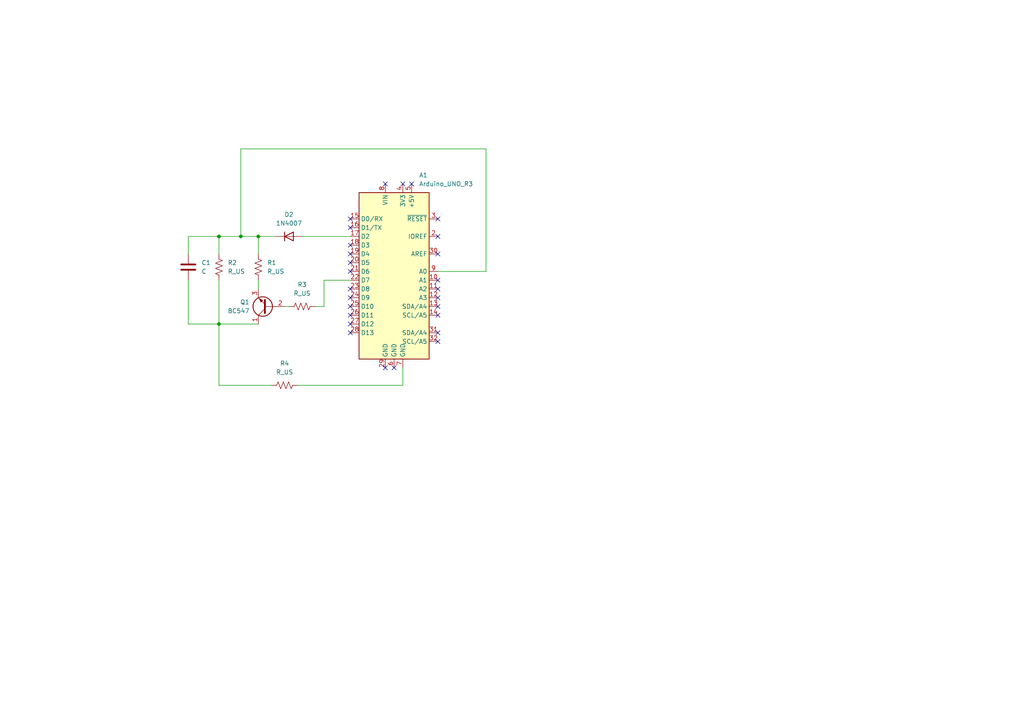
<source format=kicad_sch>
(kicad_sch
	(version 20250114)
	(generator "eeschema")
	(generator_version "9.0")
	(uuid "f78c22a1-4305-40e9-a31f-90f93f5ac8b5")
	(paper "A4")
	(lib_symbols
		(symbol "Device:C"
			(pin_numbers
				(hide yes)
			)
			(pin_names
				(offset 0.254)
			)
			(exclude_from_sim no)
			(in_bom yes)
			(on_board yes)
			(property "Reference" "C"
				(at 0.635 2.54 0)
				(effects
					(font
						(size 1.27 1.27)
					)
					(justify left)
				)
			)
			(property "Value" "C"
				(at 0.635 -2.54 0)
				(effects
					(font
						(size 1.27 1.27)
					)
					(justify left)
				)
			)
			(property "Footprint" ""
				(at 0.9652 -3.81 0)
				(effects
					(font
						(size 1.27 1.27)
					)
					(hide yes)
				)
			)
			(property "Datasheet" "~"
				(at 0 0 0)
				(effects
					(font
						(size 1.27 1.27)
					)
					(hide yes)
				)
			)
			(property "Description" "Unpolarized capacitor"
				(at 0 0 0)
				(effects
					(font
						(size 1.27 1.27)
					)
					(hide yes)
				)
			)
			(property "ki_keywords" "cap capacitor"
				(at 0 0 0)
				(effects
					(font
						(size 1.27 1.27)
					)
					(hide yes)
				)
			)
			(property "ki_fp_filters" "C_*"
				(at 0 0 0)
				(effects
					(font
						(size 1.27 1.27)
					)
					(hide yes)
				)
			)
			(symbol "C_0_1"
				(polyline
					(pts
						(xy -2.032 0.762) (xy 2.032 0.762)
					)
					(stroke
						(width 0.508)
						(type default)
					)
					(fill
						(type none)
					)
				)
				(polyline
					(pts
						(xy -2.032 -0.762) (xy 2.032 -0.762)
					)
					(stroke
						(width 0.508)
						(type default)
					)
					(fill
						(type none)
					)
				)
			)
			(symbol "C_1_1"
				(pin passive line
					(at 0 3.81 270)
					(length 2.794)
					(name "~"
						(effects
							(font
								(size 1.27 1.27)
							)
						)
					)
					(number "1"
						(effects
							(font
								(size 1.27 1.27)
							)
						)
					)
				)
				(pin passive line
					(at 0 -3.81 90)
					(length 2.794)
					(name "~"
						(effects
							(font
								(size 1.27 1.27)
							)
						)
					)
					(number "2"
						(effects
							(font
								(size 1.27 1.27)
							)
						)
					)
				)
			)
			(embedded_fonts no)
		)
		(symbol "Device:R_US"
			(pin_numbers
				(hide yes)
			)
			(pin_names
				(offset 0)
			)
			(exclude_from_sim no)
			(in_bom yes)
			(on_board yes)
			(property "Reference" "R"
				(at 2.54 0 90)
				(effects
					(font
						(size 1.27 1.27)
					)
				)
			)
			(property "Value" "R_US"
				(at -2.54 0 90)
				(effects
					(font
						(size 1.27 1.27)
					)
				)
			)
			(property "Footprint" ""
				(at 1.016 -0.254 90)
				(effects
					(font
						(size 1.27 1.27)
					)
					(hide yes)
				)
			)
			(property "Datasheet" "~"
				(at 0 0 0)
				(effects
					(font
						(size 1.27 1.27)
					)
					(hide yes)
				)
			)
			(property "Description" "Resistor, US symbol"
				(at 0 0 0)
				(effects
					(font
						(size 1.27 1.27)
					)
					(hide yes)
				)
			)
			(property "ki_keywords" "R res resistor"
				(at 0 0 0)
				(effects
					(font
						(size 1.27 1.27)
					)
					(hide yes)
				)
			)
			(property "ki_fp_filters" "R_*"
				(at 0 0 0)
				(effects
					(font
						(size 1.27 1.27)
					)
					(hide yes)
				)
			)
			(symbol "R_US_0_1"
				(polyline
					(pts
						(xy 0 2.286) (xy 0 2.54)
					)
					(stroke
						(width 0)
						(type default)
					)
					(fill
						(type none)
					)
				)
				(polyline
					(pts
						(xy 0 2.286) (xy 1.016 1.905) (xy 0 1.524) (xy -1.016 1.143) (xy 0 0.762)
					)
					(stroke
						(width 0)
						(type default)
					)
					(fill
						(type none)
					)
				)
				(polyline
					(pts
						(xy 0 0.762) (xy 1.016 0.381) (xy 0 0) (xy -1.016 -0.381) (xy 0 -0.762)
					)
					(stroke
						(width 0)
						(type default)
					)
					(fill
						(type none)
					)
				)
				(polyline
					(pts
						(xy 0 -0.762) (xy 1.016 -1.143) (xy 0 -1.524) (xy -1.016 -1.905) (xy 0 -2.286)
					)
					(stroke
						(width 0)
						(type default)
					)
					(fill
						(type none)
					)
				)
				(polyline
					(pts
						(xy 0 -2.286) (xy 0 -2.54)
					)
					(stroke
						(width 0)
						(type default)
					)
					(fill
						(type none)
					)
				)
			)
			(symbol "R_US_1_1"
				(pin passive line
					(at 0 3.81 270)
					(length 1.27)
					(name "~"
						(effects
							(font
								(size 1.27 1.27)
							)
						)
					)
					(number "1"
						(effects
							(font
								(size 1.27 1.27)
							)
						)
					)
				)
				(pin passive line
					(at 0 -3.81 90)
					(length 1.27)
					(name "~"
						(effects
							(font
								(size 1.27 1.27)
							)
						)
					)
					(number "2"
						(effects
							(font
								(size 1.27 1.27)
							)
						)
					)
				)
			)
			(embedded_fonts no)
		)
		(symbol "Diode:1N4007"
			(pin_numbers
				(hide yes)
			)
			(pin_names
				(hide yes)
			)
			(exclude_from_sim no)
			(in_bom yes)
			(on_board yes)
			(property "Reference" "D"
				(at 0 2.54 0)
				(effects
					(font
						(size 1.27 1.27)
					)
				)
			)
			(property "Value" "1N4007"
				(at 0 -2.54 0)
				(effects
					(font
						(size 1.27 1.27)
					)
				)
			)
			(property "Footprint" "Diode_THT:D_DO-41_SOD81_P10.16mm_Horizontal"
				(at 0 -4.445 0)
				(effects
					(font
						(size 1.27 1.27)
					)
					(hide yes)
				)
			)
			(property "Datasheet" "http://www.vishay.com/docs/88503/1n4001.pdf"
				(at 0 0 0)
				(effects
					(font
						(size 1.27 1.27)
					)
					(hide yes)
				)
			)
			(property "Description" "1000V 1A General Purpose Rectifier Diode, DO-41"
				(at 0 0 0)
				(effects
					(font
						(size 1.27 1.27)
					)
					(hide yes)
				)
			)
			(property "Sim.Device" "D"
				(at 0 0 0)
				(effects
					(font
						(size 1.27 1.27)
					)
					(hide yes)
				)
			)
			(property "Sim.Pins" "1=K 2=A"
				(at 0 0 0)
				(effects
					(font
						(size 1.27 1.27)
					)
					(hide yes)
				)
			)
			(property "ki_keywords" "diode"
				(at 0 0 0)
				(effects
					(font
						(size 1.27 1.27)
					)
					(hide yes)
				)
			)
			(property "ki_fp_filters" "D*DO?41*"
				(at 0 0 0)
				(effects
					(font
						(size 1.27 1.27)
					)
					(hide yes)
				)
			)
			(symbol "1N4007_0_1"
				(polyline
					(pts
						(xy -1.27 1.27) (xy -1.27 -1.27)
					)
					(stroke
						(width 0.254)
						(type default)
					)
					(fill
						(type none)
					)
				)
				(polyline
					(pts
						(xy 1.27 1.27) (xy 1.27 -1.27) (xy -1.27 0) (xy 1.27 1.27)
					)
					(stroke
						(width 0.254)
						(type default)
					)
					(fill
						(type none)
					)
				)
				(polyline
					(pts
						(xy 1.27 0) (xy -1.27 0)
					)
					(stroke
						(width 0)
						(type default)
					)
					(fill
						(type none)
					)
				)
			)
			(symbol "1N4007_1_1"
				(pin passive line
					(at -3.81 0 0)
					(length 2.54)
					(name "K"
						(effects
							(font
								(size 1.27 1.27)
							)
						)
					)
					(number "1"
						(effects
							(font
								(size 1.27 1.27)
							)
						)
					)
				)
				(pin passive line
					(at 3.81 0 180)
					(length 2.54)
					(name "A"
						(effects
							(font
								(size 1.27 1.27)
							)
						)
					)
					(number "2"
						(effects
							(font
								(size 1.27 1.27)
							)
						)
					)
				)
			)
			(embedded_fonts no)
		)
		(symbol "MCU_Module:Arduino_UNO_R3"
			(exclude_from_sim no)
			(in_bom yes)
			(on_board yes)
			(property "Reference" "A"
				(at -10.16 23.495 0)
				(effects
					(font
						(size 1.27 1.27)
					)
					(justify left bottom)
				)
			)
			(property "Value" "Arduino_UNO_R3"
				(at 5.08 -26.67 0)
				(effects
					(font
						(size 1.27 1.27)
					)
					(justify left top)
				)
			)
			(property "Footprint" "Module:Arduino_UNO_R3"
				(at 0 0 0)
				(effects
					(font
						(size 1.27 1.27)
						(italic yes)
					)
					(hide yes)
				)
			)
			(property "Datasheet" "https://www.arduino.cc/en/Main/arduinoBoardUno"
				(at 0 0 0)
				(effects
					(font
						(size 1.27 1.27)
					)
					(hide yes)
				)
			)
			(property "Description" "Arduino UNO Microcontroller Module, release 3"
				(at 0 0 0)
				(effects
					(font
						(size 1.27 1.27)
					)
					(hide yes)
				)
			)
			(property "ki_keywords" "Arduino UNO R3 Microcontroller Module Atmel AVR USB"
				(at 0 0 0)
				(effects
					(font
						(size 1.27 1.27)
					)
					(hide yes)
				)
			)
			(property "ki_fp_filters" "Arduino*UNO*R3*"
				(at 0 0 0)
				(effects
					(font
						(size 1.27 1.27)
					)
					(hide yes)
				)
			)
			(symbol "Arduino_UNO_R3_0_1"
				(rectangle
					(start -10.16 22.86)
					(end 10.16 -25.4)
					(stroke
						(width 0.254)
						(type default)
					)
					(fill
						(type background)
					)
				)
			)
			(symbol "Arduino_UNO_R3_1_1"
				(pin bidirectional line
					(at -12.7 15.24 0)
					(length 2.54)
					(name "D0/RX"
						(effects
							(font
								(size 1.27 1.27)
							)
						)
					)
					(number "15"
						(effects
							(font
								(size 1.27 1.27)
							)
						)
					)
				)
				(pin bidirectional line
					(at -12.7 12.7 0)
					(length 2.54)
					(name "D1/TX"
						(effects
							(font
								(size 1.27 1.27)
							)
						)
					)
					(number "16"
						(effects
							(font
								(size 1.27 1.27)
							)
						)
					)
				)
				(pin bidirectional line
					(at -12.7 10.16 0)
					(length 2.54)
					(name "D2"
						(effects
							(font
								(size 1.27 1.27)
							)
						)
					)
					(number "17"
						(effects
							(font
								(size 1.27 1.27)
							)
						)
					)
				)
				(pin bidirectional line
					(at -12.7 7.62 0)
					(length 2.54)
					(name "D3"
						(effects
							(font
								(size 1.27 1.27)
							)
						)
					)
					(number "18"
						(effects
							(font
								(size 1.27 1.27)
							)
						)
					)
				)
				(pin bidirectional line
					(at -12.7 5.08 0)
					(length 2.54)
					(name "D4"
						(effects
							(font
								(size 1.27 1.27)
							)
						)
					)
					(number "19"
						(effects
							(font
								(size 1.27 1.27)
							)
						)
					)
				)
				(pin bidirectional line
					(at -12.7 2.54 0)
					(length 2.54)
					(name "D5"
						(effects
							(font
								(size 1.27 1.27)
							)
						)
					)
					(number "20"
						(effects
							(font
								(size 1.27 1.27)
							)
						)
					)
				)
				(pin bidirectional line
					(at -12.7 0 0)
					(length 2.54)
					(name "D6"
						(effects
							(font
								(size 1.27 1.27)
							)
						)
					)
					(number "21"
						(effects
							(font
								(size 1.27 1.27)
							)
						)
					)
				)
				(pin bidirectional line
					(at -12.7 -2.54 0)
					(length 2.54)
					(name "D7"
						(effects
							(font
								(size 1.27 1.27)
							)
						)
					)
					(number "22"
						(effects
							(font
								(size 1.27 1.27)
							)
						)
					)
				)
				(pin bidirectional line
					(at -12.7 -5.08 0)
					(length 2.54)
					(name "D8"
						(effects
							(font
								(size 1.27 1.27)
							)
						)
					)
					(number "23"
						(effects
							(font
								(size 1.27 1.27)
							)
						)
					)
				)
				(pin bidirectional line
					(at -12.7 -7.62 0)
					(length 2.54)
					(name "D9"
						(effects
							(font
								(size 1.27 1.27)
							)
						)
					)
					(number "24"
						(effects
							(font
								(size 1.27 1.27)
							)
						)
					)
				)
				(pin bidirectional line
					(at -12.7 -10.16 0)
					(length 2.54)
					(name "D10"
						(effects
							(font
								(size 1.27 1.27)
							)
						)
					)
					(number "25"
						(effects
							(font
								(size 1.27 1.27)
							)
						)
					)
				)
				(pin bidirectional line
					(at -12.7 -12.7 0)
					(length 2.54)
					(name "D11"
						(effects
							(font
								(size 1.27 1.27)
							)
						)
					)
					(number "26"
						(effects
							(font
								(size 1.27 1.27)
							)
						)
					)
				)
				(pin bidirectional line
					(at -12.7 -15.24 0)
					(length 2.54)
					(name "D12"
						(effects
							(font
								(size 1.27 1.27)
							)
						)
					)
					(number "27"
						(effects
							(font
								(size 1.27 1.27)
							)
						)
					)
				)
				(pin bidirectional line
					(at -12.7 -17.78 0)
					(length 2.54)
					(name "D13"
						(effects
							(font
								(size 1.27 1.27)
							)
						)
					)
					(number "28"
						(effects
							(font
								(size 1.27 1.27)
							)
						)
					)
				)
				(pin no_connect line
					(at -10.16 -20.32 0)
					(length 2.54)
					(hide yes)
					(name "NC"
						(effects
							(font
								(size 1.27 1.27)
							)
						)
					)
					(number "1"
						(effects
							(font
								(size 1.27 1.27)
							)
						)
					)
				)
				(pin power_in line
					(at -2.54 25.4 270)
					(length 2.54)
					(name "VIN"
						(effects
							(font
								(size 1.27 1.27)
							)
						)
					)
					(number "8"
						(effects
							(font
								(size 1.27 1.27)
							)
						)
					)
				)
				(pin power_in line
					(at -2.54 -27.94 90)
					(length 2.54)
					(name "GND"
						(effects
							(font
								(size 1.27 1.27)
							)
						)
					)
					(number "29"
						(effects
							(font
								(size 1.27 1.27)
							)
						)
					)
				)
				(pin power_in line
					(at 0 -27.94 90)
					(length 2.54)
					(name "GND"
						(effects
							(font
								(size 1.27 1.27)
							)
						)
					)
					(number "6"
						(effects
							(font
								(size 1.27 1.27)
							)
						)
					)
				)
				(pin power_out line
					(at 2.54 25.4 270)
					(length 2.54)
					(name "3V3"
						(effects
							(font
								(size 1.27 1.27)
							)
						)
					)
					(number "4"
						(effects
							(font
								(size 1.27 1.27)
							)
						)
					)
				)
				(pin power_in line
					(at 2.54 -27.94 90)
					(length 2.54)
					(name "GND"
						(effects
							(font
								(size 1.27 1.27)
							)
						)
					)
					(number "7"
						(effects
							(font
								(size 1.27 1.27)
							)
						)
					)
				)
				(pin power_out line
					(at 5.08 25.4 270)
					(length 2.54)
					(name "+5V"
						(effects
							(font
								(size 1.27 1.27)
							)
						)
					)
					(number "5"
						(effects
							(font
								(size 1.27 1.27)
							)
						)
					)
				)
				(pin input line
					(at 12.7 15.24 180)
					(length 2.54)
					(name "~{RESET}"
						(effects
							(font
								(size 1.27 1.27)
							)
						)
					)
					(number "3"
						(effects
							(font
								(size 1.27 1.27)
							)
						)
					)
				)
				(pin output line
					(at 12.7 10.16 180)
					(length 2.54)
					(name "IOREF"
						(effects
							(font
								(size 1.27 1.27)
							)
						)
					)
					(number "2"
						(effects
							(font
								(size 1.27 1.27)
							)
						)
					)
				)
				(pin input line
					(at 12.7 5.08 180)
					(length 2.54)
					(name "AREF"
						(effects
							(font
								(size 1.27 1.27)
							)
						)
					)
					(number "30"
						(effects
							(font
								(size 1.27 1.27)
							)
						)
					)
				)
				(pin bidirectional line
					(at 12.7 0 180)
					(length 2.54)
					(name "A0"
						(effects
							(font
								(size 1.27 1.27)
							)
						)
					)
					(number "9"
						(effects
							(font
								(size 1.27 1.27)
							)
						)
					)
				)
				(pin bidirectional line
					(at 12.7 -2.54 180)
					(length 2.54)
					(name "A1"
						(effects
							(font
								(size 1.27 1.27)
							)
						)
					)
					(number "10"
						(effects
							(font
								(size 1.27 1.27)
							)
						)
					)
				)
				(pin bidirectional line
					(at 12.7 -5.08 180)
					(length 2.54)
					(name "A2"
						(effects
							(font
								(size 1.27 1.27)
							)
						)
					)
					(number "11"
						(effects
							(font
								(size 1.27 1.27)
							)
						)
					)
				)
				(pin bidirectional line
					(at 12.7 -7.62 180)
					(length 2.54)
					(name "A3"
						(effects
							(font
								(size 1.27 1.27)
							)
						)
					)
					(number "12"
						(effects
							(font
								(size 1.27 1.27)
							)
						)
					)
				)
				(pin bidirectional line
					(at 12.7 -10.16 180)
					(length 2.54)
					(name "SDA/A4"
						(effects
							(font
								(size 1.27 1.27)
							)
						)
					)
					(number "13"
						(effects
							(font
								(size 1.27 1.27)
							)
						)
					)
				)
				(pin bidirectional line
					(at 12.7 -12.7 180)
					(length 2.54)
					(name "SCL/A5"
						(effects
							(font
								(size 1.27 1.27)
							)
						)
					)
					(number "14"
						(effects
							(font
								(size 1.27 1.27)
							)
						)
					)
				)
				(pin bidirectional line
					(at 12.7 -17.78 180)
					(length 2.54)
					(name "SDA/A4"
						(effects
							(font
								(size 1.27 1.27)
							)
						)
					)
					(number "31"
						(effects
							(font
								(size 1.27 1.27)
							)
						)
					)
				)
				(pin bidirectional line
					(at 12.7 -20.32 180)
					(length 2.54)
					(name "SCL/A5"
						(effects
							(font
								(size 1.27 1.27)
							)
						)
					)
					(number "32"
						(effects
							(font
								(size 1.27 1.27)
							)
						)
					)
				)
			)
			(embedded_fonts no)
		)
		(symbol "Transistor_BJT:BC547"
			(pin_names
				(offset 0)
				(hide yes)
			)
			(exclude_from_sim no)
			(in_bom yes)
			(on_board yes)
			(property "Reference" "Q"
				(at 5.08 1.905 0)
				(effects
					(font
						(size 1.27 1.27)
					)
					(justify left)
				)
			)
			(property "Value" "BC547"
				(at 5.08 0 0)
				(effects
					(font
						(size 1.27 1.27)
					)
					(justify left)
				)
			)
			(property "Footprint" "Package_TO_SOT_THT:TO-92_Inline"
				(at 5.08 -1.905 0)
				(effects
					(font
						(size 1.27 1.27)
						(italic yes)
					)
					(justify left)
					(hide yes)
				)
			)
			(property "Datasheet" "https://www.onsemi.com/pub/Collateral/BC550-D.pdf"
				(at 0 0 0)
				(effects
					(font
						(size 1.27 1.27)
					)
					(justify left)
					(hide yes)
				)
			)
			(property "Description" "0.1A Ic, 45V Vce, Small Signal NPN Transistor, TO-92"
				(at 0 0 0)
				(effects
					(font
						(size 1.27 1.27)
					)
					(hide yes)
				)
			)
			(property "ki_keywords" "NPN Transistor"
				(at 0 0 0)
				(effects
					(font
						(size 1.27 1.27)
					)
					(hide yes)
				)
			)
			(property "ki_fp_filters" "TO?92*"
				(at 0 0 0)
				(effects
					(font
						(size 1.27 1.27)
					)
					(hide yes)
				)
			)
			(symbol "BC547_0_1"
				(polyline
					(pts
						(xy -2.54 0) (xy 0.635 0)
					)
					(stroke
						(width 0)
						(type default)
					)
					(fill
						(type none)
					)
				)
				(polyline
					(pts
						(xy 0.635 1.905) (xy 0.635 -1.905)
					)
					(stroke
						(width 0.508)
						(type default)
					)
					(fill
						(type none)
					)
				)
				(circle
					(center 1.27 0)
					(radius 2.8194)
					(stroke
						(width 0.254)
						(type default)
					)
					(fill
						(type none)
					)
				)
			)
			(symbol "BC547_1_1"
				(polyline
					(pts
						(xy 0.635 0.635) (xy 2.54 2.54)
					)
					(stroke
						(width 0)
						(type default)
					)
					(fill
						(type none)
					)
				)
				(polyline
					(pts
						(xy 0.635 -0.635) (xy 2.54 -2.54)
					)
					(stroke
						(width 0)
						(type default)
					)
					(fill
						(type none)
					)
				)
				(polyline
					(pts
						(xy 1.27 -1.778) (xy 1.778 -1.27) (xy 2.286 -2.286) (xy 1.27 -1.778)
					)
					(stroke
						(width 0)
						(type default)
					)
					(fill
						(type outline)
					)
				)
				(pin input line
					(at -5.08 0 0)
					(length 2.54)
					(name "B"
						(effects
							(font
								(size 1.27 1.27)
							)
						)
					)
					(number "2"
						(effects
							(font
								(size 1.27 1.27)
							)
						)
					)
				)
				(pin passive line
					(at 2.54 5.08 270)
					(length 2.54)
					(name "C"
						(effects
							(font
								(size 1.27 1.27)
							)
						)
					)
					(number "1"
						(effects
							(font
								(size 1.27 1.27)
							)
						)
					)
				)
				(pin passive line
					(at 2.54 -5.08 90)
					(length 2.54)
					(name "E"
						(effects
							(font
								(size 1.27 1.27)
							)
						)
					)
					(number "3"
						(effects
							(font
								(size 1.27 1.27)
							)
						)
					)
				)
			)
			(embedded_fonts no)
		)
	)
	(junction
		(at 63.5 93.98)
		(diameter 0)
		(color 0 0 0 0)
		(uuid "3aab8d42-9d88-4c2c-97c1-8cb888b28abe")
	)
	(junction
		(at 63.5 68.58)
		(diameter 0)
		(color 0 0 0 0)
		(uuid "7f5c0dc9-48fa-400e-b2e3-962c6ee8eab8")
	)
	(junction
		(at 69.85 68.58)
		(diameter 0)
		(color 0 0 0 0)
		(uuid "cb9f99b9-ff7e-4e01-ae0f-5f0518f37d88")
	)
	(junction
		(at 74.93 68.58)
		(diameter 0)
		(color 0 0 0 0)
		(uuid "e4dd3014-35e3-4a2a-9443-db96f02ae071")
	)
	(no_connect
		(at 101.6 63.5)
		(uuid "09c035be-6b43-40e7-a856-c46f19eaa1f2")
	)
	(no_connect
		(at 127 86.36)
		(uuid "0ac26011-b4a1-448a-a083-181ab45ef86b")
	)
	(no_connect
		(at 101.6 73.66)
		(uuid "16afe8be-c1c1-424d-82a6-a79401cf4c2c")
	)
	(no_connect
		(at 127 91.44)
		(uuid "19ec99db-744c-4aaf-a163-b73072869716")
	)
	(no_connect
		(at 101.6 86.36)
		(uuid "2485d526-075d-4d2b-ba60-22556d93834a")
	)
	(no_connect
		(at 127 99.06)
		(uuid "251bb41c-589d-4366-985e-573f66b14afc")
	)
	(no_connect
		(at 116.84 53.34)
		(uuid "261788d8-a40f-4cef-ae1c-17941fdaa4f4")
	)
	(no_connect
		(at 114.3 106.68)
		(uuid "3af3f52d-05b7-4559-985a-5eb82da1dac7")
	)
	(no_connect
		(at 127 63.5)
		(uuid "3f626057-0236-4cc9-8022-e628da57dfb2")
	)
	(no_connect
		(at 127 88.9)
		(uuid "41a4c72b-b105-4921-af15-5bb0da041610")
	)
	(no_connect
		(at 101.6 83.82)
		(uuid "607a3e50-4a22-48d2-9b80-6b41e2dab94b")
	)
	(no_connect
		(at 101.6 78.74)
		(uuid "63e34804-1441-47fe-aef1-36e974f2d9ae")
	)
	(no_connect
		(at 119.38 53.34)
		(uuid "64b720a3-81d2-402b-92ae-636a0f57f57d")
	)
	(no_connect
		(at 101.6 93.98)
		(uuid "66dfa3e7-2c9c-4048-be6c-a0954e70ac06")
	)
	(no_connect
		(at 127 83.82)
		(uuid "6b40efb6-58d2-4382-a33b-c44841ff5c09")
	)
	(no_connect
		(at 127 68.58)
		(uuid "84c849bf-b090-4f22-ae55-96b06c103f2d")
	)
	(no_connect
		(at 101.6 91.44)
		(uuid "858727ea-cf78-4117-b501-a74e8da2f542")
	)
	(no_connect
		(at 111.76 53.34)
		(uuid "92a64bc4-c7ca-4276-af78-88a5ef60cc69")
	)
	(no_connect
		(at 101.6 96.52)
		(uuid "97627957-f322-4d3d-8ff6-7ceb64e3632a")
	)
	(no_connect
		(at 127 73.66)
		(uuid "a64efa51-fb2f-4c58-b8c1-381d7b26adbc")
	)
	(no_connect
		(at 101.6 66.04)
		(uuid "b070dafe-3c98-4b76-b791-d447108aa585")
	)
	(no_connect
		(at 101.6 76.2)
		(uuid "bad7fa3e-cfd2-43ae-924f-cc02001f5615")
	)
	(no_connect
		(at 127 96.52)
		(uuid "cfea5a26-2a1b-44f4-8c1a-c69b31b187da")
	)
	(no_connect
		(at 111.76 106.68)
		(uuid "d68c1950-9c65-4296-8e9e-786dea130f8c")
	)
	(no_connect
		(at 101.6 71.12)
		(uuid "d732dcde-9067-49a7-97a0-bcddd2b2827e")
	)
	(no_connect
		(at 127 81.28)
		(uuid "f616c4d5-3182-4f28-b8fe-664f858aab01")
	)
	(no_connect
		(at 101.6 88.9)
		(uuid "febcf0ff-6114-4afb-a9b3-8edf7fdd3cf0")
	)
	(wire
		(pts
			(xy 69.85 43.18) (xy 69.85 68.58)
		)
		(stroke
			(width 0)
			(type default)
		)
		(uuid "0803f9c7-072b-4c82-ac69-d4df248048e8")
	)
	(wire
		(pts
			(xy 91.44 88.9) (xy 93.98 88.9)
		)
		(stroke
			(width 0)
			(type default)
		)
		(uuid "2830a873-81de-4567-9cba-de7de9272675")
	)
	(wire
		(pts
			(xy 54.61 68.58) (xy 54.61 73.66)
		)
		(stroke
			(width 0)
			(type default)
		)
		(uuid "43d7572b-1481-41db-bd9c-e97083a924e3")
	)
	(wire
		(pts
			(xy 63.5 93.98) (xy 54.61 93.98)
		)
		(stroke
			(width 0)
			(type default)
		)
		(uuid "601b0147-8c10-431f-ac30-6c82834e74f7")
	)
	(wire
		(pts
			(xy 93.98 88.9) (xy 93.98 81.28)
		)
		(stroke
			(width 0)
			(type default)
		)
		(uuid "6e13d3aa-3703-487b-9940-2cd26616bb74")
	)
	(wire
		(pts
			(xy 140.97 78.74) (xy 140.97 43.18)
		)
		(stroke
			(width 0)
			(type default)
		)
		(uuid "75219f7f-4016-4988-9a39-a0adcc92b101")
	)
	(wire
		(pts
			(xy 140.97 43.18) (xy 69.85 43.18)
		)
		(stroke
			(width 0)
			(type default)
		)
		(uuid "78460595-4313-4178-9aad-8110f73013b9")
	)
	(wire
		(pts
			(xy 69.85 68.58) (xy 63.5 68.58)
		)
		(stroke
			(width 0)
			(type default)
		)
		(uuid "7a28b1d0-80df-4788-bf39-54900fa82763")
	)
	(wire
		(pts
			(xy 87.63 68.58) (xy 101.6 68.58)
		)
		(stroke
			(width 0)
			(type default)
		)
		(uuid "835480e1-b312-4bf6-b14b-91e8057afc62")
	)
	(wire
		(pts
			(xy 80.01 68.58) (xy 74.93 68.58)
		)
		(stroke
			(width 0)
			(type default)
		)
		(uuid "9ab1507f-64fe-48b5-9f56-9eac90607065")
	)
	(wire
		(pts
			(xy 74.93 81.28) (xy 74.93 83.82)
		)
		(stroke
			(width 0)
			(type default)
		)
		(uuid "9d9e3185-154a-4a5d-b2fb-b68e1c270692")
	)
	(wire
		(pts
			(xy 54.61 93.98) (xy 54.61 81.28)
		)
		(stroke
			(width 0)
			(type default)
		)
		(uuid "9fbf7f04-1fa4-42b7-9a2e-2924c073042d")
	)
	(wire
		(pts
			(xy 116.84 111.76) (xy 116.84 106.68)
		)
		(stroke
			(width 0)
			(type default)
		)
		(uuid "a0d26123-790e-45cf-a521-461db3d3d917")
	)
	(wire
		(pts
			(xy 86.36 111.76) (xy 116.84 111.76)
		)
		(stroke
			(width 0)
			(type default)
		)
		(uuid "a5ec9325-44d3-494c-a3f4-e52b5e90fa4e")
	)
	(wire
		(pts
			(xy 74.93 68.58) (xy 69.85 68.58)
		)
		(stroke
			(width 0)
			(type default)
		)
		(uuid "a67a39e8-cc4f-4cbf-9a5c-dd4ea20ea8d0")
	)
	(wire
		(pts
			(xy 63.5 68.58) (xy 54.61 68.58)
		)
		(stroke
			(width 0)
			(type default)
		)
		(uuid "aebb044d-d6f9-42d2-813f-6533ea71a4c5")
	)
	(wire
		(pts
			(xy 127 78.74) (xy 140.97 78.74)
		)
		(stroke
			(width 0)
			(type default)
		)
		(uuid "b6aff081-598f-4014-b4c4-62bac1e43427")
	)
	(wire
		(pts
			(xy 63.5 68.58) (xy 63.5 73.66)
		)
		(stroke
			(width 0)
			(type default)
		)
		(uuid "b95273b7-7849-4d5d-86a2-b332e7427a92")
	)
	(wire
		(pts
			(xy 74.93 68.58) (xy 74.93 73.66)
		)
		(stroke
			(width 0)
			(type default)
		)
		(uuid "c88e7c30-67ef-43b7-822f-d2fa1a4e3129")
	)
	(wire
		(pts
			(xy 63.5 111.76) (xy 78.74 111.76)
		)
		(stroke
			(width 0)
			(type default)
		)
		(uuid "df6389d3-d1e6-4477-af54-8c866671ef65")
	)
	(wire
		(pts
			(xy 74.93 93.98) (xy 63.5 93.98)
		)
		(stroke
			(width 0)
			(type default)
		)
		(uuid "e023c23c-59b7-4765-b952-f75cb40a36a9")
	)
	(wire
		(pts
			(xy 63.5 93.98) (xy 63.5 111.76)
		)
		(stroke
			(width 0)
			(type default)
		)
		(uuid "e8a4b435-41c8-4875-a0db-48856107994e")
	)
	(wire
		(pts
			(xy 82.55 88.9) (xy 83.82 88.9)
		)
		(stroke
			(width 0)
			(type default)
		)
		(uuid "e8d0cd9f-c9bd-4a47-97a6-74e7a7a247b9")
	)
	(wire
		(pts
			(xy 63.5 81.28) (xy 63.5 93.98)
		)
		(stroke
			(width 0)
			(type default)
		)
		(uuid "f5f26eff-b4ff-40ef-95cb-d2b7754dd310")
	)
	(wire
		(pts
			(xy 93.98 81.28) (xy 101.6 81.28)
		)
		(stroke
			(width 0)
			(type default)
		)
		(uuid "f9a1c06e-de40-4582-972a-bc85a55494f2")
	)
	(symbol
		(lib_id "Device:R_US")
		(at 74.93 77.47 0)
		(unit 1)
		(exclude_from_sim no)
		(in_bom yes)
		(on_board yes)
		(dnp no)
		(uuid "04cd2031-990c-4322-9e8e-7cb66db937a1")
		(property "Reference" "R1"
			(at 77.47 76.1999 0)
			(effects
				(font
					(size 1.27 1.27)
				)
				(justify left)
			)
		)
		(property "Value" "R_US"
			(at 77.47 78.7399 0)
			(effects
				(font
					(size 1.27 1.27)
				)
				(justify left)
			)
		)
		(property "Footprint" ""
			(at 75.946 77.724 90)
			(effects
				(font
					(size 1.27 1.27)
				)
				(hide yes)
			)
		)
		(property "Datasheet" "~"
			(at 74.93 77.47 0)
			(effects
				(font
					(size 1.27 1.27)
				)
				(hide yes)
			)
		)
		(property "Description" "Resistor, US symbol"
			(at 74.93 77.47 0)
			(effects
				(font
					(size 1.27 1.27)
				)
				(hide yes)
			)
		)
		(pin "2"
			(uuid "5bde7ac6-6a20-4245-91c1-e502bcf78a52")
		)
		(pin "1"
			(uuid "b901a258-e235-4b3e-80fb-fca54951873b")
		)
		(instances
			(project ""
				(path "/f78c22a1-4305-40e9-a31f-90f93f5ac8b5"
					(reference "R1")
					(unit 1)
				)
			)
		)
	)
	(symbol
		(lib_id "Transistor_BJT:BC547")
		(at 77.47 88.9 180)
		(unit 1)
		(exclude_from_sim no)
		(in_bom yes)
		(on_board yes)
		(dnp no)
		(fields_autoplaced yes)
		(uuid "23e5178e-6eb0-4b03-83d6-cb70e8f3a29b")
		(property "Reference" "Q1"
			(at 72.39 87.6299 0)
			(effects
				(font
					(size 1.27 1.27)
				)
				(justify left)
			)
		)
		(property "Value" "BC547"
			(at 72.39 90.1699 0)
			(effects
				(font
					(size 1.27 1.27)
				)
				(justify left)
			)
		)
		(property "Footprint" "Package_TO_SOT_THT:TO-92_Inline"
			(at 72.39 86.995 0)
			(effects
				(font
					(size 1.27 1.27)
					(italic yes)
				)
				(justify left)
				(hide yes)
			)
		)
		(property "Datasheet" "https://www.onsemi.com/pub/Collateral/BC550-D.pdf"
			(at 77.47 88.9 0)
			(effects
				(font
					(size 1.27 1.27)
				)
				(justify left)
				(hide yes)
			)
		)
		(property "Description" "0.1A Ic, 45V Vce, Small Signal NPN Transistor, TO-92"
			(at 77.47 88.9 0)
			(effects
				(font
					(size 1.27 1.27)
				)
				(hide yes)
			)
		)
		(pin "3"
			(uuid "fb276b75-b876-411d-a443-dc34dbdd99c0")
		)
		(pin "1"
			(uuid "f40d48fa-273e-4d66-b232-b8fb781375c4")
		)
		(pin "2"
			(uuid "501479c1-f093-40dd-a361-642144d577ef")
		)
		(instances
			(project ""
				(path "/f78c22a1-4305-40e9-a31f-90f93f5ac8b5"
					(reference "Q1")
					(unit 1)
				)
			)
		)
	)
	(symbol
		(lib_id "Device:C")
		(at 54.61 77.47 0)
		(unit 1)
		(exclude_from_sim no)
		(in_bom yes)
		(on_board yes)
		(dnp no)
		(fields_autoplaced yes)
		(uuid "5da0b5c2-5ece-4a2e-a91f-7fce92f5ea6a")
		(property "Reference" "C1"
			(at 58.42 76.1999 0)
			(effects
				(font
					(size 1.27 1.27)
				)
				(justify left)
			)
		)
		(property "Value" "C"
			(at 58.42 78.7399 0)
			(effects
				(font
					(size 1.27 1.27)
				)
				(justify left)
			)
		)
		(property "Footprint" ""
			(at 55.5752 81.28 0)
			(effects
				(font
					(size 1.27 1.27)
				)
				(hide yes)
			)
		)
		(property "Datasheet" "~"
			(at 54.61 77.47 0)
			(effects
				(font
					(size 1.27 1.27)
				)
				(hide yes)
			)
		)
		(property "Description" "Unpolarized capacitor"
			(at 54.61 77.47 0)
			(effects
				(font
					(size 1.27 1.27)
				)
				(hide yes)
			)
		)
		(pin "2"
			(uuid "0d90f582-0f96-4ff7-b0f6-64a7fca5b4ec")
		)
		(pin "1"
			(uuid "783a0d07-bd27-4a03-b9b6-6dc7a4759b8e")
		)
		(instances
			(project ""
				(path "/f78c22a1-4305-40e9-a31f-90f93f5ac8b5"
					(reference "C1")
					(unit 1)
				)
			)
		)
	)
	(symbol
		(lib_id "MCU_Module:Arduino_UNO_R3")
		(at 114.3 78.74 0)
		(unit 1)
		(exclude_from_sim no)
		(in_bom yes)
		(on_board yes)
		(dnp no)
		(fields_autoplaced yes)
		(uuid "64031522-feea-4e04-999d-20efda636739")
		(property "Reference" "A1"
			(at 121.5233 50.8 0)
			(effects
				(font
					(size 1.27 1.27)
				)
				(justify left)
			)
		)
		(property "Value" "Arduino_UNO_R3"
			(at 121.5233 53.34 0)
			(effects
				(font
					(size 1.27 1.27)
				)
				(justify left)
			)
		)
		(property "Footprint" "Module:Arduino_UNO_R3"
			(at 114.3 78.74 0)
			(effects
				(font
					(size 1.27 1.27)
					(italic yes)
				)
				(hide yes)
			)
		)
		(property "Datasheet" "https://www.arduino.cc/en/Main/arduinoBoardUno"
			(at 114.3 78.74 0)
			(effects
				(font
					(size 1.27 1.27)
				)
				(hide yes)
			)
		)
		(property "Description" "Arduino UNO Microcontroller Module, release 3"
			(at 114.3 78.74 0)
			(effects
				(font
					(size 1.27 1.27)
				)
				(hide yes)
			)
		)
		(pin "8"
			(uuid "0890dca1-b81c-427f-af73-67a896e226c3")
		)
		(pin "25"
			(uuid "292f26f5-43dc-4a97-b2eb-d7816013f756")
		)
		(pin "5"
			(uuid "67c08cd0-9a43-4933-957c-26e43ab368a5")
		)
		(pin "11"
			(uuid "3a7352e2-f396-42a3-b695-63299c0c5884")
		)
		(pin "13"
			(uuid "e214cc77-c9b6-4d51-b39f-1bde910c7057")
		)
		(pin "9"
			(uuid "4288ffc1-3a59-4edb-a92d-6bc97177614f")
		)
		(pin "15"
			(uuid "eb1f0f39-b7ed-455d-8975-79409a12c29d")
		)
		(pin "21"
			(uuid "cc6bfeae-df0b-43e4-85c6-4f61c07b32e3")
		)
		(pin "26"
			(uuid "b2d52d25-3377-417f-a347-637998e9844c")
		)
		(pin "19"
			(uuid "2cac85c4-3319-46d9-b817-4b0ebcef9018")
		)
		(pin "18"
			(uuid "630a7738-bba9-4492-a96e-1475ec0d1f9f")
		)
		(pin "20"
			(uuid "4c8362f6-2e91-4b24-8442-6d5d94e09510")
		)
		(pin "27"
			(uuid "6897064f-e69b-419b-ae90-6250efabd5ee")
		)
		(pin "22"
			(uuid "617222a8-4a93-4e57-899b-dbe2fd8f25da")
		)
		(pin "16"
			(uuid "9b4aad47-8df3-4d3e-92e5-abc73d722b93")
		)
		(pin "23"
			(uuid "d4193ce1-0a0f-4588-92f7-fa8905611acc")
		)
		(pin "17"
			(uuid "4cd002e6-0956-46bb-b50b-3b04031fd216")
		)
		(pin "28"
			(uuid "40fe24fe-b1dc-403e-b424-eef24410ba5e")
		)
		(pin "29"
			(uuid "86e9dc6b-8fae-4a5a-9593-f80ded9a6cc9")
		)
		(pin "1"
			(uuid "ccf197b9-0a71-468d-8cee-4b012a6fcb64")
		)
		(pin "6"
			(uuid "ed120b40-26a9-4bf8-b827-2dc5564690b3")
		)
		(pin "4"
			(uuid "08710378-0618-4cdc-af84-5a728ba062d6")
		)
		(pin "3"
			(uuid "a0de8d6e-f3f8-410e-8307-ec1c25fd1d06")
		)
		(pin "7"
			(uuid "e046e095-7937-4f2d-a4a9-5718e406d0da")
		)
		(pin "24"
			(uuid "e9a1af24-4884-4491-ba08-8b27684452d3")
		)
		(pin "2"
			(uuid "455a1211-8c77-4eff-bc11-cf9adfda464f")
		)
		(pin "30"
			(uuid "8d94e8c9-ec35-4abe-882b-c47d7dd7130d")
		)
		(pin "10"
			(uuid "b707b109-d359-4940-b477-e368a1636fbe")
		)
		(pin "12"
			(uuid "1e591427-fc0c-4a39-b992-5d0e663eb622")
		)
		(pin "14"
			(uuid "98e33f53-030c-4aa2-a06f-aa26e773cd8b")
		)
		(pin "31"
			(uuid "a71cc78f-ae5d-4236-8a52-22e98568bf1c")
		)
		(pin "32"
			(uuid "3ae75f0d-61e7-4955-8536-b46daf6c1161")
		)
		(instances
			(project ""
				(path "/f78c22a1-4305-40e9-a31f-90f93f5ac8b5"
					(reference "A1")
					(unit 1)
				)
			)
		)
	)
	(symbol
		(lib_id "Device:R_US")
		(at 82.55 111.76 90)
		(unit 1)
		(exclude_from_sim no)
		(in_bom yes)
		(on_board yes)
		(dnp no)
		(fields_autoplaced yes)
		(uuid "9b2dfce6-bd76-41c2-9440-6d2aa1cb2040")
		(property "Reference" "R4"
			(at 82.55 105.41 90)
			(effects
				(font
					(size 1.27 1.27)
				)
			)
		)
		(property "Value" "R_US"
			(at 82.55 107.95 90)
			(effects
				(font
					(size 1.27 1.27)
				)
			)
		)
		(property "Footprint" ""
			(at 82.804 110.744 90)
			(effects
				(font
					(size 1.27 1.27)
				)
				(hide yes)
			)
		)
		(property "Datasheet" "~"
			(at 82.55 111.76 0)
			(effects
				(font
					(size 1.27 1.27)
				)
				(hide yes)
			)
		)
		(property "Description" "Resistor, US symbol"
			(at 82.55 111.76 0)
			(effects
				(font
					(size 1.27 1.27)
				)
				(hide yes)
			)
		)
		(pin "1"
			(uuid "79c09a6b-ab65-4290-b380-dc1f0b83e50e")
		)
		(pin "2"
			(uuid "b167adca-18f9-4c12-906f-7dee3054a5a4")
		)
		(instances
			(project ""
				(path "/f78c22a1-4305-40e9-a31f-90f93f5ac8b5"
					(reference "R4")
					(unit 1)
				)
			)
		)
	)
	(symbol
		(lib_id "Device:R_US")
		(at 63.5 77.47 0)
		(unit 1)
		(exclude_from_sim no)
		(in_bom yes)
		(on_board yes)
		(dnp no)
		(fields_autoplaced yes)
		(uuid "d3a553b8-2050-4a77-9f46-8cf3919d6059")
		(property "Reference" "R2"
			(at 66.04 76.1999 0)
			(effects
				(font
					(size 1.27 1.27)
				)
				(justify left)
			)
		)
		(property "Value" "R_US"
			(at 66.04 78.7399 0)
			(effects
				(font
					(size 1.27 1.27)
				)
				(justify left)
			)
		)
		(property "Footprint" ""
			(at 64.516 77.724 90)
			(effects
				(font
					(size 1.27 1.27)
				)
				(hide yes)
			)
		)
		(property "Datasheet" "~"
			(at 63.5 77.47 0)
			(effects
				(font
					(size 1.27 1.27)
				)
				(hide yes)
			)
		)
		(property "Description" "Resistor, US symbol"
			(at 63.5 77.47 0)
			(effects
				(font
					(size 1.27 1.27)
				)
				(hide yes)
			)
		)
		(pin "1"
			(uuid "5ad2e118-3305-4697-a0c2-4659d9bf4481")
		)
		(pin "2"
			(uuid "e48c7b9b-f2fe-42f8-8c29-3d429a457cec")
		)
		(instances
			(project ""
				(path "/f78c22a1-4305-40e9-a31f-90f93f5ac8b5"
					(reference "R2")
					(unit 1)
				)
			)
		)
	)
	(symbol
		(lib_id "Diode:1N4007")
		(at 83.82 68.58 0)
		(unit 1)
		(exclude_from_sim no)
		(in_bom yes)
		(on_board yes)
		(dnp no)
		(fields_autoplaced yes)
		(uuid "e54c352c-f6d7-45b8-bbbd-79139d9e1f64")
		(property "Reference" "D2"
			(at 83.82 62.23 0)
			(effects
				(font
					(size 1.27 1.27)
				)
			)
		)
		(property "Value" "1N4007"
			(at 83.82 64.77 0)
			(effects
				(font
					(size 1.27 1.27)
				)
			)
		)
		(property "Footprint" "Diode_THT:D_DO-41_SOD81_P10.16mm_Horizontal"
			(at 83.82 73.025 0)
			(effects
				(font
					(size 1.27 1.27)
				)
				(hide yes)
			)
		)
		(property "Datasheet" "http://www.vishay.com/docs/88503/1n4001.pdf"
			(at 83.82 68.58 0)
			(effects
				(font
					(size 1.27 1.27)
				)
				(hide yes)
			)
		)
		(property "Description" "1000V 1A General Purpose Rectifier Diode, DO-41"
			(at 83.82 68.58 0)
			(effects
				(font
					(size 1.27 1.27)
				)
				(hide yes)
			)
		)
		(property "Sim.Device" "D"
			(at 83.82 68.58 0)
			(effects
				(font
					(size 1.27 1.27)
				)
				(hide yes)
			)
		)
		(property "Sim.Pins" "1=K 2=A"
			(at 83.82 68.58 0)
			(effects
				(font
					(size 1.27 1.27)
				)
				(hide yes)
			)
		)
		(pin "1"
			(uuid "0484d4b6-a2b0-4b2e-8d17-eed370b6f297")
		)
		(pin "2"
			(uuid "a8963fbe-808a-46ec-89c7-039bbe6c2d74")
		)
		(instances
			(project ""
				(path "/f78c22a1-4305-40e9-a31f-90f93f5ac8b5"
					(reference "D2")
					(unit 1)
				)
			)
		)
	)
	(symbol
		(lib_id "Device:R_US")
		(at 87.63 88.9 90)
		(unit 1)
		(exclude_from_sim no)
		(in_bom yes)
		(on_board yes)
		(dnp no)
		(fields_autoplaced yes)
		(uuid "fa9004af-dbe8-47f3-8c8c-d428d21b926c")
		(property "Reference" "R3"
			(at 87.63 82.55 90)
			(effects
				(font
					(size 1.27 1.27)
				)
			)
		)
		(property "Value" "R_US"
			(at 87.63 85.09 90)
			(effects
				(font
					(size 1.27 1.27)
				)
			)
		)
		(property "Footprint" ""
			(at 87.884 87.884 90)
			(effects
				(font
					(size 1.27 1.27)
				)
				(hide yes)
			)
		)
		(property "Datasheet" "~"
			(at 87.63 88.9 0)
			(effects
				(font
					(size 1.27 1.27)
				)
				(hide yes)
			)
		)
		(property "Description" "Resistor, US symbol"
			(at 87.63 88.9 0)
			(effects
				(font
					(size 1.27 1.27)
				)
				(hide yes)
			)
		)
		(pin "1"
			(uuid "0c989a2e-ad2c-4d6c-b675-d202e75e54fa")
		)
		(pin "2"
			(uuid "04e9bf70-83c7-4f68-996c-429b951edacb")
		)
		(instances
			(project ""
				(path "/f78c22a1-4305-40e9-a31f-90f93f5ac8b5"
					(reference "R3")
					(unit 1)
				)
			)
		)
	)
	(sheet_instances
		(path "/"
			(page "1")
		)
	)
	(embedded_fonts no)
)

</source>
